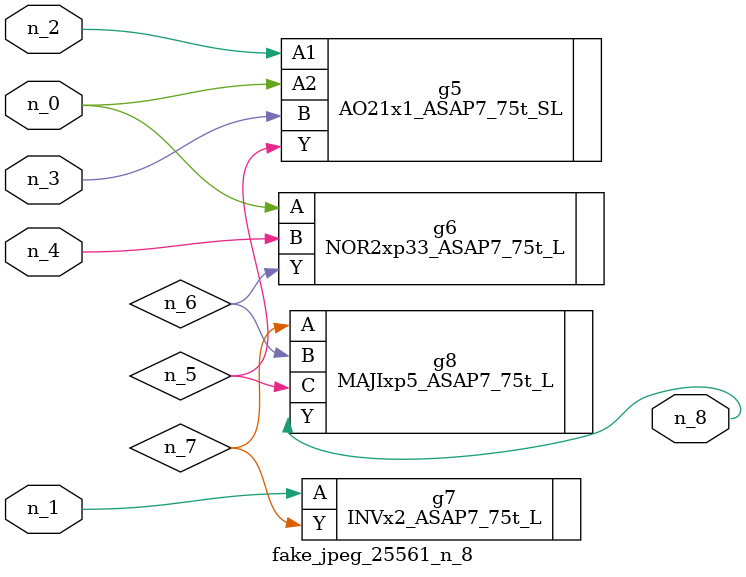
<source format=v>
module fake_jpeg_25561_n_8 (n_3, n_2, n_1, n_0, n_4, n_8);

input n_3;
input n_2;
input n_1;
input n_0;
input n_4;

output n_8;

wire n_6;
wire n_5;
wire n_7;

AO21x1_ASAP7_75t_SL g5 ( 
.A1(n_2),
.A2(n_0),
.B(n_3),
.Y(n_5)
);

NOR2xp33_ASAP7_75t_L g6 ( 
.A(n_0),
.B(n_4),
.Y(n_6)
);

INVx2_ASAP7_75t_L g7 ( 
.A(n_1),
.Y(n_7)
);

MAJIxp5_ASAP7_75t_L g8 ( 
.A(n_7),
.B(n_6),
.C(n_5),
.Y(n_8)
);


endmodule
</source>
